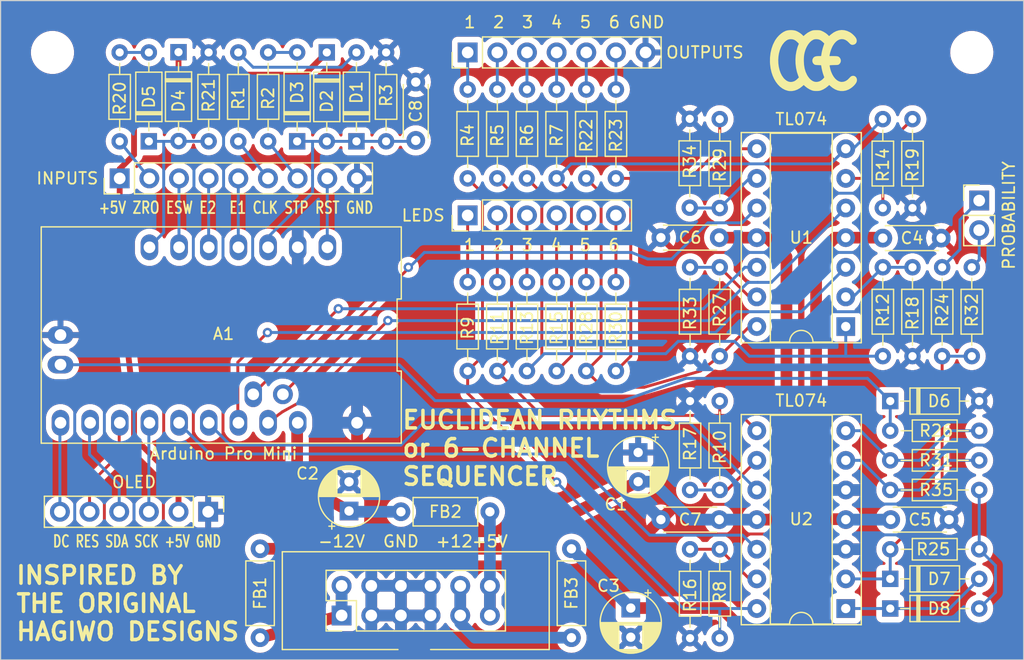
<source format=kicad_pcb>
(kicad_pcb (version 20221018) (generator pcbnew)
  (layers (0 "F.Cu" signal) (31 "B.Cu" signal) (34 "B.Paste" user) (35 "F.Paste" user) (36 "B.SilkS" user "B.Silkscreen") (37 "F.SilkS" user "F.Silkscreen") (38 "B.Mask" user) (39 "F.Mask" user) (44 "Edge.Cuts" user))
  (net 0 "")
  (net 1 "+12V")
  (net 2 "GND")
  (net 3 "-12V")
  (net 4 "+5V")
  (net 5 "Net-(D3-A)")
  (net 6 "TRG")
  (net 7 "Net-(D1-A)")
  (net 8 "Net-(A1-D6)")
  (net 9 "Net-(D5-A)")
  (net 10 "ESW")
  (net 11 "Net-(D7-A)")
  (net 12 "PROB")
  (net 13 "Net-(J1-Pin_1)")
  (net 14 "Net-(J1-Pin_11)")
  (net 15 "Net-(J1-Pin_10)")
  (net 16 "STP")
  (net 17 "CLK")
  (net 18 "ZRO")
  (net 19 "P1")
  (net 20 "P2")
  (net 21 "RST")
  (net 22 "LED1")
  (net 23 "LED2")
  (net 24 "LED3")
  (net 25 "LED4")
  (net 26 "LED5")
  (net 27 "LED6")
  (net 28 "OUT1")
  (net 29 "OUT2")
  (net 30 "OUT3")
  (net 31 "OUT4")
  (net 32 "OUT5")
  (net 33 "OUT6")
  (net 34 "SCK")
  (net 35 "COPI")
  (net 36 "RES")
  (net 37 "DC")
  (net 38 "Net-(A1-A6)")
  (net 39 "Net-(D7-K)")
  (net 40 "Net-(D8-A)")
  (net 41 "Net-(R4-Pad1)")
  (net 42 "Net-(U1A--)")
  (net 43 "Net-(U1B--)")
  (net 44 "Net-(U2D--)")
  (net 45 "Net-(U2C--)")
  (net 46 "Net-(R23-Pad1)")
  (net 47 "Net-(R10-Pad2)")
  (net 48 "Net-(R12-Pad2)")
  (net 49 "Net-(R14-Pad2)")
  (net 50 "Net-(A1-A0)")
  (net 51 "Net-(A1-A1)")
  (net 52 "Net-(A1-A2)")
  (net 53 "Net-(A1-A3)")
  (net 54 "Net-(A1-A4)")
  (net 55 "Net-(A1-A5)")
  (net 56 "E1")
  (net 57 "Net-(R22-Pad1)")
  (net 58 "E2")
  (net 59 "Net-(U1D--)")
  (net 60 "Net-(U1C--)")
  (net 61 "Net-(U2B--)")
  (footprint "CGE_footprints:R_Axial_DIN0204_L3.6mm_D1.6mm_P7.62mm_Horizontal" (layer "F.Cu") (at 179.07 121.92)
    (fp_text reference "R25")
    (fp_text value "100k")
  )
  (footprint "CGE_footprints:D_DO-35_SOD27_P7.62mm_Horizontal" (layer "F.Cu") (at 179.07 109.22)
    (fp_text reference "D6")
    (fp_text value "5V1")
  )
  (footprint "Connector_PinHeader_2.54mm:PinHeader_1x06_P2.54mm_Vertical" (layer "F.Cu") (at 142.875 93.305 90)
    (fp_text reference "J3" hide)
    (fp_text value "LEDS")
  )
  (footprint "CGE_footprints:D_DO-35_SOD27_P7.62mm_Horizontal" (layer "F.Cu") (at 115.57 86.955 90)
    (fp_text reference "D5")
    (fp_text value "1N914")
  )
  (footprint "CGE_footprints:R_Axial_DIN0204_L3.6mm_D1.6mm_P7.62mm_Horizontal" (layer "F.Cu") (at 123.23 86.955 90)
    (fp_text reference "R1")
    (fp_text value "10k")
  )
  (footprint "CGE_footprints:CGE_logo_med" (layer "F.Cu") (at 172.5676 79.9192)
    (fp_text reference "REF**" hide)
    (fp_text value "CGE_logo_med")
  )
  (footprint "CGE_footprints:R_Axial_DIN0204_L3.6mm_D1.6mm_P7.62mm_Horizontal" (layer "F.Cu") (at 186.69 111.76 180)
    (fp_text reference "R26")
    (fp_text value "10k")
  )
  (footprint "CGE_footprints:R_Axial_DIN0204_L3.6mm_D1.6mm_P7.62mm_Horizontal" (layer "F.Cu") (at 161.925 129.54 90)
    (fp_text reference "R16")
    (fp_text value "100k")
  )
  (footprint "Package_DIP:DIP-14_W7.62mm_Socket" (layer "F.Cu") (at 175.26 102.83 180)
    (fp_text reference "U1")
    (fp_text value "TL074")
  )
  (footprint "CGE_footprints:D_DO-35_SOD27_P7.62mm_Horizontal" (layer "F.Cu") (at 118.11 79.3096 -90)
    (fp_text reference "D4")
    (fp_text value "BAT43")
  )
  (footprint "CGE_footprints:R_Axial_DIN0204_L3.6mm_D1.6mm_P7.62mm_Horizontal" (layer "F.Cu") (at 125.785 86.955 90)
    (fp_text reference "R2")
    (fp_text value "10k")
  )
  (footprint "CGE_footprints:R_Axial_DIN0204_L3.6mm_D1.6mm_P7.62mm_Horizontal" (layer "F.Cu") (at 142.875 106.64 90)
    (fp_text reference "R9")
    (fp_text value "10k")
  )
  (footprint "CGE_footprints:R_Axial_DIN0204_L3.6mm_D1.6mm_P7.62mm_Horizontal" (layer "F.Cu") (at 153.035 90.13 90)
    (fp_text reference "R22")
    (fp_text value "470R")
  )
  (footprint "CGE_footprints:R_Axial_DIN0204_L3.6mm_D1.6mm_P7.62mm_Horizontal" (layer "F.Cu") (at 155.575 106.64 90)
    (fp_text reference "R30")
    (fp_text value "10k")
  )
  (footprint "CGE_footprints:C_Disc_D4.3mm_W1.9mm_P5.00mm" (layer "F.Cu") (at 179.11 119.38)
    (fp_text reference "C5")
    (fp_text value "100n")
  )
  (footprint "Connector_PinHeader_2.54mm:PinHeader_1x07_P2.54mm_Vertical" (layer "F.Cu") (at 142.875 79.335 90)
    (fp_text reference "J5" hide)
    (fp_text value "OUTPUTS")
  )
  (footprint "CGE_footprints:R_Axial_DIN0204_L3.6mm_D1.6mm_P7.62mm_Horizontal" (layer "F.Cu") (at 161.925 109.22 -90)
    (fp_text reference "R17")
    (fp_text value "100k")
  )
  (footprint "CGE_footprints:R_Axial_DIN0204_L3.6mm_D1.6mm_P7.62mm_Horizontal" (layer "F.Cu") (at 164.465 97.75 -90)
    (fp_text reference "R27")
    (fp_text value "82k")
  )
  (footprint "CGE_footprints:R_Axial_DIN0204_L3.6mm_D1.6mm_P7.62mm_Horizontal" (layer "F.Cu") (at 161.925 105.37 90)
    (fp_text reference "R33")
    (fp_text value "100k")
  )
  (footprint "CGE_footprints:C_Disc_D4.3mm_W1.9mm_P5.00mm" (layer "F.Cu") (at 164.425 119.38 180)
    (fp_text reference "C7")
    (fp_text value "100n")
  )
  (footprint "Package_DIP:DIP-14_W7.62mm_Socket" (layer "F.Cu") (at 175.26 127 180)
    (fp_text reference "U2")
    (fp_text value "TL074")
  )
  (footprint "CGE_footprints:D_DO-35_SOD27_P7.62mm_Horizontal" (layer "F.Cu") (at 128.27 86.955 90)
    (fp_text reference "D3")
    (fp_text value "BAT43")
  )
  (footprint "Connector_PinHeader_2.54mm:PinHeader_1x06_P2.54mm_Vertical" (layer "F.Cu") (at 120.65 118.705 -90)
    (fp_text reference "J6" hide)
    (fp_text value "OLED")
  )
  (footprint "CGE_footprints:D_DO-35_SOD27_P7.62mm_Horizontal" (layer "F.Cu") (at 179.07 124.46)
    (fp_text reference "D7")
    (fp_text value "1N914")
  )
  (footprint "CGE_footprints:R_Axial_DIN0204_L3.6mm_D1.6mm_P7.62mm_Horizontal" (layer "F.Cu") (at 164.465 92.67 90)
    (fp_text reference "R29")
    (fp_text value "82k")
  )
  (footprint "CGE_footprints:R_Axial_DIN0204_L3.6mm_D1.6mm_P7.62mm_Horizontal" (layer "F.Cu") (at 186.055 97.75 -90)
    (fp_text reference "R32")
    (fp_text value "100k")
  )
  (footprint "Capacitor_THT:CP_Radial_D5.0mm_P2.50mm" (layer "F.Cu") (at 132.715 118.640113 90)
    (fp_text reference "C2")
    (fp_text value "10u")
  )
  (footprint "CGE_footprints:R_Axial_DIN0204_L3.6mm_D1.6mm_P7.62mm_Horizontal" (layer "F.Cu") (at 147.955 90.13 90)
    (fp_text reference "R6")
    (fp_text value "470R")
  )
  (footprint "CGE_footprints:D_DO-35_SOD27_P7.62mm_Horizontal" (layer "F.Cu") (at 133.35 86.955 90)
    (fp_text reference "D1")
    (fp_text value "BAT43")
  )
  (footprint "CGE_footprints:R_Axial_DIN0204_L3.6mm_D1.6mm_P7.62mm_Horizontal" (layer "F.Cu") (at 120.69 79.335 -90)
    (fp_text reference "R21")
    (fp_text value "100k")
  )
  (footprint "CGE_footprints:R_Axial_DIN0204_L3.6mm_D1.6mm_P7.62mm_Horizontal" (layer "F.Cu") (at 113.07 86.955 90)
    (fp_text reference "R20")
    (fp_text value "100k")
  )
  (footprint "Connector_PinHeader_2.54mm:PinHeader_1x02_P2.54mm_Vertical" (layer "F.Cu") (at 186.69 92.03)
    (fp_text reference "J4" hide)
    (fp_text value "PROB")
  )
  (footprint "CGE_footprints:R_Axial_DIN0204_L3.6mm_D1.6mm_P7.62mm_Horizontal" (layer "F.Cu") (at 145.415 106.64 90)
    (fp_text reference "R11")
    (fp_text value "10k")
  )
  (footprint "Connector_PinHeader_2.54mm:PinHeader_1x09_P2.54mm_Vertical" (layer "F.Cu") (at 113.07 90.13 90)
    (fp_text reference "J2" hide)
    (fp_text value "INPUTS")
  )
  (footprint "CGE_footprints:R_Axial_DIN0204_L3.6mm_D1.6mm_P7.62mm_Horizontal" (layer "F.Cu") (at 186.69 116.84 180)
    (fp_text reference "R35")
    (fp_text value "100k")
  )
  (footprint "CGE_footprints:C_Disc_D4.3mm_W1.9mm_P5.00mm" (layer "F.Cu") (at 138.43 81.875 -90)
    (fp_text reference "C8")
    (fp_text value "10n")
  )
  (footprint "CGE_footprints:R_Axial_DIN0204_L3.6mm_D1.6mm_P7.62mm_Horizontal" (layer "F.Cu") (at 155.575 90.13 90)
    (fp_text reference "R23")
    (fp_text value "470R")
  )
  (footprint "CGE_footprints:Power_2x06" (layer "F.Cu") (at 144.78 125.055 -90)
    (fp_text reference "J1" hide)
    (fp_text value "POWER")
  )
  (footprint "CGE_footprints:R_Axial_DIN0204_L3.6mm_D1.6mm_P7.62mm_Horizontal" (layer "F.Cu") (at 135.89 79.335 -90)
    (fp_text reference "R3")
    (fp_text value "100k")
  )
  (footprint "CGE_footprints:R_Axial_DIN0204_L3.6mm_D1.6mm_P7.62mm_Horizontal" (layer "F.Cu") (at 183.515 97.75 -90)
    (fp_text reference "R24")
    (fp_text value "100k")
  )
  (footprint "Inductor_THT:L_Axial_L5.3mm_D2.2mm_P7.62mm_Horizontal_Vishay_IM-1" (layer "F.Cu") (at 151.765 121.88 -90)
    (fp_text reference "FB3")
    (fp_text value "FB")
  )
  (footprint "CGE_footprints:C_Disc_D4.3mm_W1.9mm_P5.00mm" (layer "F.Cu") (at 164.425 95.21 180)
    (fp_text reference "C6")
    (fp_text value "100n")
  )
  (footprint "CGE_footprints:R_Axial_DIN0204_L3.6mm_D1.6mm_P7.62mm_Horizontal" (layer "F.Cu") (at 180.975 92.67 90)
    (fp_text reference "R19")
    (fp_text value "100k")
  )
  (footprint "Capacitor_THT:CP_Radial_D5.0mm_P2.50mm" (layer "F.Cu") (at 157.48 113.625 -90)
    (fp_text reference "C1")
    (fp_text value "10u")
  )
  (footprint "CGE_footprints:R_Axial_DIN0204_L3.6mm_D1.6mm_P7.62mm_Horizontal" (layer "F.Cu") (at 180.975 105.37 90)
    (fp_text reference "R18")
    (fp_text value "100k")
  )
  (footprint "CGE_footprints:R_Axial_DIN0204_L3.6mm_D1.6mm_P7.62mm_Horizontal" (layer "F.Cu") (at 150.495 106.64 90)
    (fp_text reference "R15")
    (fp_text value "10k")
  )
  (footprint "Capacitor_THT:CP_Radial_D5.0mm_P2.50mm" (layer "F.Cu") (at 156.845 126.96 -90)
    (fp_text reference "C3")
    (fp_text value "10u")
  )
  (footprint "CGE_footprints:D_DO-35_SOD27_P7.62mm_Horizontal" (layer "F.Cu") (at 179.07 127)
    (fp_text reference "D8")
    (fp_text value "1N914")
  )
  (footprint "CGE_footprints:R_Axial_DIN0204_L3.6mm_D1.6mm_P7.62mm_Horizontal" (layer "F.Cu") (at 161.8996 85.0246 -90)
    (fp_text reference "R34")
    (fp_text value "100k")
  )
  (footprint "CGE_footprints:R_Axial_DIN0204_L3.6mm_D1.6mm_P7.62mm_Horizontal" (layer "F.Cu") (at 164.465 116.84 90)
    (fp_text reference "R10")
    (fp_text value "82k")
  )
  (footprint "CGE_footprints:C_Disc_D4.3mm_W1.9mm_P5.00mm" (layer "F.Cu") (at 178.435 95.25)
    (fp_text reference "C4")
    (fp_text value "100n")
  )
  (footprint "CGE_footprints:Arduino_Pro_Mini" (layer "F.Cu") (at 121.9708 103.5574 180)
    (fp_text reference "A1")
    (fp_text value "Arduino_Pro_Mini")
  )
  (footprint "CGE_footprints:R_Axial_DIN0204_L3.6mm_D1.6mm_P7.62mm_Horizontal" (layer "F.Cu") (at 178.435 92.67 90)
    (fp_text reference "R14")
    (fp_text value "82k")
  )
  (footprint "CGE_footprints:R_Axial_DIN0204_L3.6mm_D1.6mm_P7.62mm_Horizontal" (layer "F.Cu") (at 178.435 97.75 -90)
    (fp_text reference "R12")
    (fp_text value "82k")
  )
  (footprint "CGE_footprints:R_Axial_DIN0204_L3.6mm_D1.6mm_P7.62mm_Horizontal" (layer "F.Cu") (at 186.69 114.3 180)
    (fp_text reference "R31")
    (fp_text value "100k")
  )
  (footprint "Inductor_THT:L_Axial_L5.3mm_D2.2mm_P7.62mm_Horizontal_Vishay_IM-1" (layer "F.Cu") (at 137.16 118.705)
    (fp_text reference "FB2")
    (fp_text value "FB")
  )
  (footprint "MountingHole:MountingHole_3.2mm_M3" (layer "F.Cu") (at 186.055 79.335)
    (fp_text reference "REF**" hide)
    (fp_text value "3.2mm")
  )
  (footprint "CGE_footprints:D_DO-35_SOD27_P7.62mm_Horizontal" (layer "F.Cu") (at 130.81 79.335 -90)
    (fp_text reference "D2")
    (fp_text value "BAT43")
  )
  (footprint "CGE_footprints:R_Axial_DIN0204_L3.6mm_D1.6mm_P7.62mm_Horizontal" (layer "F.Cu") (at 145.415 90.13 90)
    (fp_text reference "R5")
    (fp_text value "470R")
  )
  (footprint "CGE_footprints:R_Axial_DIN0204_L3.6mm_D1.6mm_P7.62mm_Horizontal" (layer "F.Cu") (at 142.875 90.13 90)
    (fp_text reference "R4")
    (fp_text value "470R")
  )
  (footprint "CGE_footprints:R_Axial_DIN0204_L3.6mm_D1.6mm_P7.62mm_Horizontal" (layer "F.Cu") (at 150.495 90.13 90)
    (fp_text reference "R7")
    (fp_text value "470R")
  )
  (footprint "CGE_footprints:R_Axial_DIN0204_L3.6mm_D1.6mm_P7.62mm_Horizontal" (layer "F.Cu") (at 164.465 121.92 -90)
    (fp_text reference "R8")
    (fp_text value "82k")
  )
  (footprint "Inductor_THT:L_Axial_L5.3mm_D2.2mm_P7.62mm_Horizontal_Vishay_IM-1" (layer "F.Cu") (at 125.095 121.88 -90)
    (fp_text reference "FB1")
    (fp_text value "FB")
  )
  (footprint "CGE_footprints:R_Axial_DIN0204_L3.6mm_D1.6mm_P7.62mm_Horizontal" (layer "F.Cu") (at 147.955 106.64 90)
    (fp_text reference "R13")
    (fp_text value "10k")
  )
  (footprint "CGE_footprints:R_Axial_DIN0204_L3.6mm_D1.6mm_P7.62mm_Horizontal" (layer "F.Cu") (at 153.035 106.64 90)
    (fp_text reference "R28")
    (fp_text value "10k")
  )
  (footprint "MountingHole:MountingHole_3.2mm_M3" (layer "F.Cu") (at 107.315 79.335)
    (fp_text reference "REF**" hide)
    (fp_text value "3.2mm")
  )
  (gr_rect (start 102.87 74.89) (end 190.5 131.405) (stroke (width 0.1)) (fill none) (layer "Edge.Cuts"))
  (gr_text "INSPIRED BY\nTHE ORIGINAL\nHAGIWO DESIGNS" (at 104.0638 129.8556) (layer "F.SilkS") (effects (font (size 1.5 1.5) (thickness 0.3) bold) (justify left bottom)))
  (gr_text "EUCLIDEAN RHYTHMS\nor 6-CHANNEL\nSEQUENCER" (at 137.1346 116.546) (layer "F.SilkS") (effects (font (size 1.5 1.5) (thickness 0.3) bold) (justify left bottom)))
  (segment (start 172.72 96.8356) (end 174.3456 95.21) (width 1) (layer "F.Cu") (net 1))
  (segment (start 172.72 126.325) (end 172.72 119.34) (width 1) (layer "F.Cu") (net 1))
  (segment (start 164.59805 126.96) (end 166.50305 128.865) (width 1) (layer "F.Cu") (net 1))
  (segment (start 175.22 119.34) (end 175.26 119.38) (width 1) (layer "F.Cu") (net 1))
  (segment (start 166.50305 128.865) (end 170.18 128.865) (width 1) (layer "F.Cu") (net 1))
  (segment (start 170.18 128.865) (end 172.72 126.325) (width 1) (layer "F.Cu") (net 1))
  (segment (start 172.72 119.34) (end 172.72 96.8356) (width 1) (layer "F.Cu") (net 1))
  (segment (start 178.395 95.21) (end 178.435 95.25) (width 1) (layer "F.Cu") (net 1))
  (segment (start 174.3456 95.21) (end 175.26 95.21) (width 1) (layer "F.Cu") (net 1))
  (segment (start 175.26 95.21) (end 178.395 95.21) (width 1) (layer "F.Cu") (net 1))
  (segment (start 156.845 126.96) (end 164.59805 126.96) (width 1) (layer "F.Cu") (net 1))
  (segment (start 172.72 119.34) (end 175.22 119.34) (width 1) (layer "F.Cu") (net 1))
  (segment (start 151.765 121.88) (end 156.845 126.96) (width 1) (layer "B.Cu") (net 1))
  (segment (start 175.26 119.38) (end 179.11 119.38) (width 1) (layer "B.Cu") (net 1))
  (segment (start 114.3 119.975) (end 114.3 117.435) (width 0.25) (layer "F.Cu") (net 2))
  (segment (start 163.195 96.48) (end 165.735 96.48) (width 0.25) (layer "F.Cu") (net 2))
  (segment (start 116.8146 119.975) (end 116.8146 117.435) (width 0.25) (layer "F.Cu") (net 2))
  (segment (start 111.76 119.975) (end 111.76 117.435) (width 0.25) (layer "F.Cu") (net 2))
  (segment (start 163.195 120.61) (end 165.735 120.61) (width 0.25) (layer "F.Cu") (net 2))
  (segment (start 121.92 112.482) (end 121.92 109.942) (width 0.25) (layer "F.Cu") (net 2))
  (segment (start 119.38 112.482) (end 119.38 109.942) (width 0.25) (layer "F.Cu") (net 2))
  (segment (start 163.195 118.07) (end 165.735 118.07) (width 0.25) (layer "F.Cu") (net 2))
  (segment (start 116.84 112.482) (end 116.84 109.942) (width 0.25) (layer "F.Cu") (net 2))
  (segment (start 166.2938 120.61) (end 168.8338 120.61) (width 0.25) (layer "F.Cu") (net 2))
  (segment (start 166.37 96.48) (end 168.91 96.48) (width 0.25) (layer "B.Cu") (net 2))
  (segment (start 109.22 119.975) (end 109.22 117.435) (width 0.25) (layer "B.Cu") (net 2))
  (segment (start 121.9708 91.4) (end 121.9708 88.86) (width 0.25) (layer "B.Cu") (net 2))
  (segment (start 173.99 91.4) (end 176.53 91.4) (width 0.25) (layer "B.Cu") (net 2))
  (segment (start 177.8 120.6862) (end 180.34 120.6862) (width 0.25) (layer "B.Cu") (net 2))
  (segment (start 121.9708 88.098) (end 121.9708 85.558) (width 0.25) (layer "B.Cu") (net 2))
  (segment (start 185.42 112.99) (end 187.96 112.99) (width 0.25) (layer "B.Cu") (net 2))
  (segment (start 173.99 101.56) (end 176.53 101.56) (width 0.25) (layer "B.Cu") (net 2))
  (segment (start 177.8 118.0446) (end 180.34 118.0446) (width 0.25) (layer "B.Cu") (net 2))
  (segment (start 173.99 96.48) (end 176.53 96.48) (width 0.25) (layer "B.Cu") (net 2))
  (segment (start 114.3 112.482) (end 114.3 109.942) (width 0.25) (layer "B.Cu") (net 2))
  (segment (start 119.4308 91.4) (end 119.4308 88.86) (width 0.25) (layer "B.Cu") (net 2))
  (segment (start 114.3 119.975) (end 114.3 117.435) (width 0.25) (layer "B.Cu") (net 2))
  (segment (start 133.35 89.495) (end 133.771 89.916) (width 0.25) (layer "B.Cu") (net 2))
  (segment (start 119.38 97.369) (end 119.38 94.829) (width 0.25) (layer "B.Cu") (net 2))
  (segment (start 133.771 89.916) (end 133.771 90.13) (width 0.25) (layer "B.Cu") (net 2))
  (segment (start 124.46 97.369) (end 124.46 94.829) (width 0.25) (layer "B.Cu") (net 2))
  (segment (start 121.92 97.369) (end 121.92 94.829) (width 0.25) (layer "B.Cu") (net 2))
  (segment (start 111.76 112.482) (end 111.76 109.942) (width 0.25) (layer "B.Cu") (net 2))
  (segment (start 109.22 112.482) (end 109.22 109.942) (width 0.25) (layer "B.Cu") (net 2))
  (segment (start 170.18 96.861) (end 170.18 118.07) (width 1) (layer "F.Cu") (net 3))
  (segment (start 125.095 121.88) (end 145.669 121.88) (width 1) (layer "F.Cu") (net 3))
  (segment (start 170.18 118.07) (end 168.87 119.38) (width 1) (layer "F.Cu") (net 3))
  (segment (start 167.64 95.21) (end 168.529 95.21) (width 1) (layer "F.Cu") (net 3))
  (segment (start 164.425 95.21) (end 167.64 95.21) (width 1) (layer "F.Cu") (net 3))
  (segment (start 145.669 121.88) (end 157.48 116.125) (width 1) (layer "F.Cu") (net 3))
  (segment (start 168.87 119.38) (end 167.64 119.38) (width 1) (layer "F.Cu") (net 3))
  (segment (start 168.529 95.21) (end 170.18 96.861) (width 1) (layer "F.Cu") (net 3))
  (segment (start 157.48 116.125) (end 158.71 116.125) (width 1) (layer "B.Cu") (net 3))
  (segment (start 164.425 119.38) (end 167.64 119.38) (width 1) (layer "B.Cu") (net 3))
  (segment (start 158.71 116.125) (end 161.965 119.38) (width 1) (layer "B.Cu") (net 3))
  (segment (start 161.965 119.38) (end 164.425 119.38) (width 1) (layer "B.Cu") (net 3))
  (segment (start 118.11 116.165) (end 114.3 112.355) (width 0.5) (layer "F.Cu") (net 4))
  (segment (start 129.575216 116.891784) (end 128.27 116.165) (width 1) (layer "F.Cu") (net 4))
  (segment (start 118.11 79.3096) (end 118.11 81.24) (width 0.5) (layer "F.Cu") (net 4))
  (segment (start 114.3 85.05) (end 118.11 81.24) (width 0.5) (layer "F.Cu") (net 4))
  (segment (start 114.3 88.098) (end 114.3 85.05) (width 0.5) (layer "F.Cu") (net 4))
  (segment (start 118.11 81.24) (end 128.905 81.24) (width 0.5) (layer "F.Cu") (net 4))
  (segment (start 118.11 118.705) (end 118.11 116.165) (width 0.5) (layer "F.Cu") (net 4))
  (segment (start 119.38 116.165) (end 128.27 116.165) (width 0.5) (layer "F.Cu") (net 4))
  (segment (start 113.0808 98.7552) (end 113.07 90.13) (width 0.5) (layer "F.Cu") (net 4))
  (segment (start 113.07 90.13) (end 113.07 89.328) (width 0.5) (layer "F.Cu") (net 4))
  (segment (start 132.715 118.640113) (end 129.575216 116.891784) (width 1) (layer "F.Cu") (net 4))
  (segment (start 113.07 89.328) (end 114.3 88.098) (width 0.5) (layer "F.Cu") (net 4))
  (segment (start 114.3 109.6499) (end 113.0808 98.7552) (width 0.5) (layer "F.Cu") (net 4))
  (segment (start 114.3 112.355) (end 114.3 109.6499) (width 0.5) (layer "F.Cu") (net 4))
  (segment (start 118.11 116.165) (end 119.38 116.165) (width 0.5) (layer "F.Cu") (net 4))
  (segment (start 128.905 81.24) (end 130.81 79.335) (width 0.5) (layer "F.Cu") (net 4))
  (segment (start 128.27 116.165) (end 128.27 111.085) (width 1) (layer "F.Cu") (net 4))
  (segment (start 137.16 118.705) (end 132.779887 118.705) (width 1) (layer "B.Cu") (net 4))
  (segment (start 132.779887 118.705) (end 132.715 118.640113) (width 1) (layer "B.Cu") (net 4))
  (segment (start 125.785 79.335) (end 128.27 79.335) (width 0.25) (layer "B.Cu") (net 5))
  (segment (start 138.35 86.955) (end 138.43 86.875) (width 0.25) (layer "B.Cu") (net 6))
  (segment (start 129.5908 86.955) (end 129.5908 87.844) (width 0.25) (layer "B.Cu") (net 6))
  (segment (start 129.5908 87.844) (end 129.5908 89.876) (width 0.25) (layer "B.Cu") (net 6))
  (segment (start 128.31 86.955) (end 129.5908 86.955) (width 0.25) (layer "B.Cu") (net 6))
  (segment (start 135.89 86.955) (end 138.35 86.955) (width 0.25) (layer "B.Cu") (net 6))
  (segment (start 129.5908 86.955) (end 130.81 86.955) (width 0.25) (layer "B.Cu") (net 6))
  (segment (start 130.81 86.955) (end 135.89 86.955) (width 0.25) (layer "B.Cu") (net 6))
  (segment (start 129.5908 91.3492) (end 125.73 95.21) (width 0.25) (layer "B.Cu") (net 6))
  (segment (start 125.73 95.21) (end 125.73 96.045) (width 0.25) (layer "B.Cu") (net 6))
  (segment (start 129.5908 89.876) (end 129.5908 91.3492) (width 0.25) (layer "B.Cu") (net 6))
  (segment (start 133.35 79.335) (end 132.08 80.605) (width 0.25) (layer "B.Cu") (net 7))
  (segment (start 124.5 80.605) (end 123.23 79.335) (width 0.25) (layer "B.Cu") (net 7))
  (segment (start 132.08 80.605) (end 124.5 80.605) (width 0.25) (layer "B.Cu") (net 7))
  (segment (start 116.84 86.955) (end 118.15 86.955) (width 0.25) (layer "B.Cu") (net 8))
  (segment (start 118.15 86.955) (end 120.69 86.955) (width 0.25) (layer "B.Cu") (net 8))
  (segment (start 116.84 86.955) (end 116.84 87.844) (width 0.25) (layer "B.Cu") (net 8))
  (segment (start 115.61 86.955) (end 116.84 86.955) (width 0.25) (layer "B.Cu") (net 8))
  (segment (start 116.84 87.844) (end 116.84 94.775) (width 0.25) (layer "B.Cu") (net 8))
  (segment (start 116.84 94.775) (end 115.57 96.045) (width 0.25) (layer "B.Cu") (net 8))
  (segment (start 113.07 79.335) (end 115.57 79.335) (width 0.25) (layer "B.Cu") (net 9))
  (segment (start 118.15 96.005) (end 118.11 96.045) (width 0.25) (layer "B.Cu") (net 10))
  (segment (start 118.15 90.13) (end 118.15 96.005) (width 0.25) (layer "B.Cu") (net 10))
  (segment (start 184.15 127) (end 186.69 124.46) (width 0.25) (layer "B.Cu") (net 11))
  (segment (start 179.07 127) (end 184.15 127) (width 0.25) (layer "B.Cu") (net 11))
  (segment (start 175.26 127) (end 179.07 127) (width 0.25) (layer "B.Cu") (net 11))
  (segment (start 176.53 111.76) (end 179.07 114.3) (width 0.25) (layer "B.Cu") (net 12))
  (segment (start 184.11 111.76) (end 186.69 111.76) (width 0.25) (layer "B.Cu") (net 12))
  (segment (start 175.26 111.76) (end 176.53 111.76) (width 0.25) (layer "B.Cu") (net 12))
  (segment (start 181.57 114.3) (end 184.11 111.76) (width 0.25) (layer "B.Cu") (net 12))
  (segment (start 179.07 114.3) (end 181.57 114.3) (width 0.25) (layer "B.Cu") (net 12))
  (segment (start 132.08 125.055) (end 132.08 127.595) (width 1) (layer "F.Cu") (net 13))
  (segment (start 132.08 127.595) (end 125.095 129.5) (width 1) (layer "F.Cu") (net 13))
  (segment (start 132.08 125.055) (end 132.08 127.595) (width 1) (layer "B.Cu") (net 13))
  (segment (start 144.78 125.055) (end 144.78 127.595) (width 1) (layer "F.Cu") (net 14))
  (segment (start 144.78 125.055) (end 144.78 118.705) (width 1) (layer "B.Cu") (net 14))
  (segment (start 144.78 125.055) (end 144.78 127.595) (width 1) (layer "B.Cu") (net 14))
  (segment (start 142.24 127.595) (end 142.24 125.055) (width 1) (layer "F.Cu") (net 15))
  (segment (start 143.51 129.5) (end 151.765 129.5) (width 1) (layer "B.Cu") (net 15))
  (segment (start 142.24 127.595) (end 142.24 125.055) (width 1) (layer "B.Cu") (net 15))
  (segment (start 142.24 128.23) (end 143.51 129.5) (width 1) (layer "B.Cu") (net 15))
  (segment (start 142.24 127.595) (end 142.24 128.23) (width 1) (layer "B.Cu") (net 15))
  (segment (start 125.785 86.955) (end 128.31 90.13) (width 0.25) (layer "B.Cu") (net 16))
  (segment (start 123.23 86.955) (end 125.77 90.13) (width 0.25) (layer "B.Cu") (net 17))
  (segment (start 115.61 90.13) (end 113.07 86.955) (width 0.25) (layer "B.Cu") (net 18))
  (segment (start 185.039 96.226) (end 183.515 97.75) (width 0.25) (layer "B.Cu") (net 19))
  (segment (start 185.039 93.681) (end 185.039 96.226) (width 0.25) (layer "B.Cu") (net 19))
  (segment (start 186.69 92.03) (end 185.039 93.681) (width 0.25) (layer "B.Cu") (net 19))
  (segment (start 186.69 97.115) (end 186.055 97.75) (width 0.25) (layer "B.Cu") (net 20))
  (segment (start 186.69 94.57) (end 186.69 97.115) (width 0.25) (layer "B.Cu") (net 20))
  (segment (start 130.85 90.13) (end 130.85 96.005) (width 0.25) (layer "B.Cu") (net 21))
  (segment (start 130.85 96.005) (end 130.81 96.045) (width 0.25) (layer "B.Cu") (net 21))
  (segment (start 142.875 93.305) (end 142.875 99.02) (width 0.25) (layer "F.Cu") (net 22))
  (segment (start 145.415 93.305) (end 145.415 99.02) (width 0.25) (layer "F.Cu") (net 23))
  (segment (start 147.955 93.305) (end 147.955 99.02) (width 0.25) (layer "F.Cu") (net 24))
  (segment (start 150.495 93.305) (end 150.495 99.02) (width 0.25) (layer "F.Cu") (net 25))
  (segment (start 153.035 93.305) (end 153.035 99.02) (width 0.25) (layer "F.Cu") (net 26))
  (segment (start 155.575 99.02) (end 155.575 93.305) (width 0.25) (layer "F.Cu") (net 27))
  (segment (start 142.875 82.51) (end 142.875 79.335) (width 0.25) (layer "B.Cu") (net 28))
  (segment (start 145.415 82.51) (end 145.415 79.335) (width 0.25) (layer "B.Cu") (net 29))
  (segment (start 147.955 82.51) (end 147.955 79.335) (width 0.25) (layer "B.Cu") (net 30))
  (segment (start 150.495 82.51) (end 150.495 79.335) (width 0.25) (layer "B.Cu") (net 31))
  (segment (start 153.035 82.51) (end 153.035 79.335) (width 0.25) (layer "B.Cu") (net 32))
  (segment (start 155.575 82.51) (end 155.575 79.335) (width 0.25) (layer "B.Cu") (net 33))
  (segment (start 115.57 111.085) (end 115.57 118.705) (width 0.25) (layer "B.Cu") (net 34))
  (segment (start 110.49 113.8028) (end 113.03 116.3428) (width 0.25) (layer "B.Cu") (net 35))
  (segment (start 113.03 116.3428) (end 113.03 118.705) (width 0.25) (layer "B.Cu") (net 35))
  (segment (start 110.49 111.085) (end 110.49 113.8028) (width 0.25) (layer "B.Cu") (net 35))
  (segment (start 113.03 111.085) (end 113.03 113.8028) (width 0.25) (layer "F.Cu") (net 36))
  (segment (start 113.03 113.8028) (end 110.49 116.3428) (width 0.25) (layer "F.Cu") (net 36))
  (segment (start 110.49 116.3428) (end 110.49 118.705) (width 0.25) (layer "F.Cu") (net 36))
  (segment (start 107.95 111.085) (end 107.95 118.705) (width 0.25) (layer "B.Cu") (net 37))
  (segment (start 161.575 107.275) (end 156.21 109.18) (width 0.25) (layer "B.Cu") (net 38))
  (segment (start 179.07 109.22) (end 177.125 107.275) (width 0.25) (layer "B.Cu") (net 38))
  (segment (start 140.081 109.18) (end 137.006 106.105) (width 0.25) (layer "B.Cu") (net 38))
  (segment (start 137.006 106.105) (end 107.95 106.105) (width 0.25) (layer "B.Cu") (net 38))
  (segment (start 179.07 111.76) (end 179.07 109.22) (width 0.25) (layer "B.Cu") (net 38))
  (segment (start 177.125 107.275) (end 161.575 107.275) (width 0.25) (layer "B.Cu") (net 38))
  (segment (start 156.21 109.18) (end 140.081 109.18) (width 0.25) (layer "B.Cu") (net 38))
  (segment (start 183.515 105.37) (end 183.515 117.475) (width 0.25) (layer "F.Cu") (net 39))
  (segment (start 183.515 117.475) (end 179.07 121.92) (width 0.25) (layer "F.Cu") (net 39))
  (segment (start 179.07 124.46) (end 175.26 124.46) (width 0.25) (layer "B.Cu") (net 39))
  (segment (start 179.07 121.92) (end 179.07 124.46) (width 0.25) (layer "B.Cu") (net 39))
  (segment (start 186.055 105.37) (end 183.515 105.37) (width 0.25) (layer "B.Cu") (net 39))
  (segment (start 188.087 125.603) (end 186.69 127) (width 0.25) (layer "B.Cu") (net 40))
  (segment (start 188.087 123.317) (end 188.087 125.603) (width 0.25) (layer "B.Cu") (net 40))
  (segment (start 186.69 121.92) (end 188.087 123.317) (width 0.25) (layer "B.Cu") (net 40))
  (segment (start 186.69 116.84) (end 186.69 121.92) (width 0.25) (layer "B.Cu") (net 40))
  (segment (start 144.145 91.4) (end 142.875 90.13) (width 0.25) (layer "F.Cu") (net 41))
  (segment (start 142.875 108.545) (end 142.875 106.64) (width 0.25) (layer "F.Cu") (net 41))
  (segment (start 150.495 116.165) (end 142.875 108.545) (width 0.25) (layer "F.Cu") (net 41))
  (segment (start 144.145 105.37) (end 144.145 91.4) (width 0.25) (layer "F.Cu") (net 41))
  (segment (start 142.875 106.64) (end 144.145 105.37) (width 0.25) (layer "F.Cu") (net 41))
  (via (at 150.495 116.165) (size 0.8) (drill 0.4) (layers "F.Cu" "B.Cu") (net 41))
  (segment (start 164.465 128.23) (end 164.465 129.54) (width 0.25) (layer "B.Cu") (net 41))
  (segment (start 150.495 116.165) (end 161.33 127) (width 0.25) (layer "B.Cu") (net 41))
  (segment (start 161.33 127) (end 164.465 127) (width 0.25) (layer "B.Cu") (net 41))
  (segment (start 164.465 127) (end 164.465 128.23) (width 0.25) (layer "B.Cu") (net 41))
  (segment (start 167.64 127) (end 164.465 127) (width 0.25) (layer "B.Cu") (net 41))
  (segment (start 175.895 100.29) (end 175.26 100.29) (width 0.25) (layer "B.Cu") (net 42))
  (segment (start 178.435 97.75) (end 175.895 100.29) (width 0.25) (layer "B.Cu") (net 42))
  (segment (start 180.975 97.75) (end 178.435 97.75) (width 0.25) (layer "B.Cu") (net 42))
  (segment (start 177.546 90.13) (end 178.435 90.13) (width 0.25) (layer "F.Cu") (net 43))
  (segment (start 180.975 85.05) (end 178.435 87.59) (width 0.25) (layer "F.Cu") (net 43))
  (segment (start 175.26 90.13) (end 177.546 90.13) (width 0.25) (layer "F.Cu") (net 43))
  (segment (start 178.435 90.13) (end 178.435 92.67) (width 0.25) (layer "F.Cu") (net 43))
  (segment (start 178.435 87.59) (end 178.435 90.13) (width 0.25) (layer "F.Cu") (net 43))
  (segment (start 161.925 121.92) (end 164.465 121.92) (width 0.25) (layer "F.Cu") (net 44))
  (segment (start 164.465 121.92) (end 167.005 124.46) (width 0.25) (layer "F.Cu") (net 44))
  (segment (start 167.005 124.46) (end 167.64 124.46) (width 0.25) (layer "F.Cu") (net 44))
  (segment (start 165.1 116.84) (end 164.465 116.84) (width 0.25) (layer "F.Cu") (net 45))
  (segment (start 167.64 114.3) (end 165.1 116.84) (width 0.25) (layer "F.Cu") (net 45))
  (segment (start 161.925 116.84) (end 164.465 116.84) (width 0.25) (layer "B.Cu") (net 45))
  (segment (start 156.845 90.13) (end 155.575 90.13) (width 0.25) (layer "F.Cu") (net 46))
  (segment (start 161.925 90.13) (end 163.83 88.225) (width 0.25) (layer "F.Cu") (net 46))
  (segment (start 156.845 91.146) (end 156.845 90.13) (width 0.25) (layer "F.Cu") (net 46))
  (segment (start 156.845 105.37) (end 156.845 91.146) (width 0.25) (layer "F.Cu") (net 46))
  (segment (start 164.465 87.59) (end 167.64 87.59) (width 0.25) (layer "F.Cu") (net 46))
  (segment (start 155.575 106.64) (end 156.845 105.37) (width 0.25) (layer "F.Cu") (net 46))
  (segment (start 163.83 88.225) (end 164.465 87.59) (width 0.25) (layer "F.Cu") (net 46))
  (segment (start 156.845 90.13) (end 161.925 90.13) (width 0.25) (layer "F.Cu") (net 46))
  (segment (start 164.465 87.59) (end 164.465 85.05) (width 0.25) (layer "F.Cu") (net 46))
  (segment (start 145.415 106.64) (end 146.6342 105.4208) (width 0.25) (layer "F.Cu") (net 47))
  (segment (start 164.465 110.45) (end 149.180107 110.45) (width 0.25) (layer "F.Cu") (net 47))
  (segment (start 166.37 110.45) (end 166.37 110.49) (width 0.25) (layer "F.Cu") (net 47))
  (segment (start 164.465 109.22) (end 164.465 110.45) (width 0.25) (layer "F.Cu") (net 47))
  (segment (start 164.465 110.45) (end 166.37 110.45) (width 0.25) (layer "F.Cu") (net 47))
  (segment (start 166.37 110.49) (end 167.64 111.76) (width 0.25) (layer "F.Cu") (net 47))
  (segment (start 146.6342 105.4208) (end 146.6342 91.3492) (width 0.25) (layer "F.Cu") (net 47))
  (segment (start 145.415 106.684893) (end 145.415 106.64) (width 0.25) (layer "F.Cu") (net 47))
  (segment (start 146.6342 91.3492) (end 145.415 90.13) (width 0.25) (layer "F.Cu") (net 47))
  (segment (start 149.180107 110.45) (end 145.415 106.684893) (width 0.25) (layer "F.Cu") (net 47))
  (segment (start 149.225 91.4) (end 147.955 90.13) (width 0.25) (layer "F.Cu") (net 48))
  (segment (start 147.955 106.64) (end 149.225 105.37) (width 0.25) (layer "F.Cu") (net 48))
  (segment (start 149.225 105.37) (end 149.225 91.4) (width 0.25) (layer "F.Cu") (net 48))
  (segment (start 149.439 105.156) (end 147.955 106.64) (width 0.25) (layer "B.Cu") (net 48))
  (segment (start 175.26 105.37) (end 178.435 105.37) (width 0.25) (layer "B.Cu") (net 48))
  (segment (start 167.014 105.37) (end 165.744 104.1) (width 0.25) (layer "B.Cu") (net 48))
  (segment (start 159.844 105.156) (end 149.439 105.156) (width 0.25) (layer "B.Cu") (net 48))
  (segment (start 175.26 102.83) (end 175.26 104.345) (width 0.25) (layer "B.Cu") (net 48))
  (segment (start 175.26 105.37) (end 167.014 105.37) (width 0.25) (layer "B.Cu") (net 48))
  (segment (start 165.744 104.1) (end 160.9 104.1) (width 0.25) (layer "B.Cu") (net 48))
  (segment (start 175.26 104.345) (end 175.26 105.37) (width 0.25) (layer "B.Cu") (net 48))
  (segment (start 160.9 104.1) (end 159.844 105.156) (width 0.25) (layer "B.Cu") (net 48))
  (segment (start 150.495 106.64) (end 151.765 105.37) (width 0.25) (layer "F.Cu") (net 49))
  (segment (start 151.765 105.37) (end 151.765 91.4) (width 0.25) (layer "F.Cu") (net 49))
  (segment (start 151.765 91.4) (end 150.495 90.13) (width 0.25) (layer "F.Cu") (net 49))
  (segment (start 178.435 85.05) (end 175.895 87.59) (width 0.25) (layer "B.Cu") (net 49))
  (segment (start 175.895 87.59) (end 175.26 87.59) (width 0.25) (layer "B.Cu") (net 49))
  (segment (start 173.9646 88.8854) (end 151.7396 88.8854) (width 0.25) (layer "B.Cu") (net 49))
  (segment (start 151.7396 88.8854) (end 150.495 90.13) (width 0.25) (layer "B.Cu") (net 49))
  (segment (start 175.26 87.59) (end 173.9646 88.8854) (width 0.25) (layer "B.Cu") (net 49))
  (segment (start 120.777 113.752) (end 118.11 111.085) (width 0.25) (layer "B.Cu") (net 50))
  (segment (start 166.4316 120.7116) (end 160.02 120.7116) (width 0.25) (layer "B.Cu") (net 50))
  (segment (start 158.4706 120.7116) (end 151.511 113.752) (width 0.25) (layer "B.Cu") (net 50))
  (segment (start 167.64 121.92) (end 166.4316 120.7116) (width 0.25) (layer "B.Cu") (net 50))
  (segment (start 151.511 113.752) (end 120.777 113.752) (width 0.25) (layer "B.Cu") (net 50))
  (segment (start 160.02 120.7116) (end 158.4706 120.7116) (width 0.25) (layer "B.Cu") (net 50))
  (segment (start 167.64 116.84) (end 161.885 111.085) (width 0.25) (layer "B.Cu") (net 51))
  (segment (start 161.885 111.085) (end 139.065 111.085) (width 0.25) (layer "B.Cu") (net 51))
  (segment (start 122.555 112.99) (end 120.65 111.085) (width 0.25) (layer "B.Cu") (net 51))
  (segment (start 137.16 112.99) (end 122.555 112.99) (width 0.25) (layer "B.Cu") (net 51))
  (segment (start 139.065 111.085) (end 137.16 112.99) (width 0.25) (layer "B.Cu") (net 51))
  (segment (start 123.19 105.88572) (end 123.19 111.085) (width 0.25) (layer "F.Cu") (net 52))
  (segment (start 125.73 103.34572) (end 123.19 105.88572) (width 0.25) (layer "F.Cu") (net 52))
  (via (at 125.73 103.34572) (size 0.8) (drill 0.4) (layers "F.Cu" "B.Cu") (net 52))
  (segment (start 164.114005 103.338) (end 165.892005 101.56) (width 0.25) (layer "B.Cu") (net 52))
  (segment (start 125.73772 103.338) (end 164.114005 103.338) (width 0.25) (layer "B.Cu") (net 52))
  (segment (start 171.45 101.56) (end 175.26 97.75) (width 0.25) (layer "B.Cu") (net 52))
  (segment (start 125.73 103.34572) (end 125.73772 103.338) (width 0.25) (layer "B.Cu") (net 52))
  (segment (start 165.892005 101.56) (end 171.45 101.56) (width 0.25) (layer "B.Cu") (net 52))
  (segment (start 129.7432 108.6212) (end 127 110.1452) (width 0.25) (layer "F.Cu") (net 53))
  (segment (start 127 110.1452) (end 125.73 111.085) (width 0.25) (layer "F.Cu") (net 53))
  (segment (start 136.0424 102.322) (end 129.7432 108.6212) (width 0.25) (layer "F.Cu") (net 53))
  (via (at 136.0424 102.322) (size 0.8) (drill 0.4) (layers "F.Cu" "B.Cu") (net 53))
  (segment (start 168.8846 99.0454) (end 175.26 92.67) (width 0.25) (layer "B.Cu") (net 53))
  (segment (start 126.365 111.085) (end 125.73 111.085) (width 0.25) (layer "B.Cu") (net 53))
  (segment (start 167.7162 99.0454) (end 168.8846 99.0454) (width 0.25) (layer "B.Cu") (net 53))
  (segment (start 166.878 99.0454) (end 167.7162 99.0454) (width 0.25) (layer "B.Cu") (net 53))
  (segment (start 163.6014 102.322) (end 166.878 99.0454) (width 0.25) (layer "B.Cu") (net 53))
  (segment (start 136.0424 102.322) (end 163.6014 102.322) (width 0.25) (layer "B.Cu") (net 53))
  (segment (start 131.799 101.306) (end 124.46 108.645) (width 0.25) (layer "F.Cu") (net 54))
  (via (at 131.799 101.306) (size 0.8) (drill 0.4) (layers "F.Cu" "B.Cu") (net 54))
  (segment (start 166.624 97.75) (end 167.64 97.75) (width 0.25) (layer "B.Cu") (net 54))
  (segment (start 131.799 101.306) (end 163.068 101.306) (width 0.25) (layer "B.Cu") (net 54))
  (segment (start 163.068 101.306) (end 166.624 97.75) (width 0.25) (layer "B.Cu") (net 54))
  (segment (start 137.795 97.85) (end 127 108.645) (width 0.25) (layer "F.Cu") (net 55))
  (segment (start 137.795 97.75) (end 137.795 97.85) (width 0.25) (layer "F.Cu") (net 55))
  (segment (start 137.895 97.75) (end 137.895 97.75) (width 0.25) (layer "F.Cu") (net 55))
  (segment (start 137.895 97.75) (end 137.795 97.75) (width 0.25) (layer "F.Cu") (net 55))
  (via (at 137.795 97.75) (size 0.8) (drill 0.4) (layers "F.Cu" "B.Cu") (net 55))
  (segment (start 163.449 93.94) (end 160.3502 97.0388) (width 0.25) (layer "B.Cu") (net 55))
  (segment (start 158.2928 97.0388) (end 156.9212 96.48) (width 0.25) (layer "B.Cu") (net 55))
  (segment (start 167.64 92.67) (end 166.37 93.94) (width 0.25) (layer "B.Cu") (net 55))
  (segment (start 160.3502 97.0388) (end 158.2928 97.0388) (width 0.25) (layer "B.Cu") (net 55))
  (segment (start 166.37 93.94) (end 163.449 93.94) (width 0.25) (layer "B.Cu") (net 55))
  (segment (start 139.165 96.48) (end 137.895 97.75) (width 0.25) (layer "B.Cu") (net 55))
  (segment (start 156.9212 96.48) (end 139.165 96.48) (width 0.25) (layer "B.Cu") (net 55))
  (segment (start 123.23 96.005) (end 123.19 96.045) (width 0.25) (layer "B.Cu") (net 56))
  (segment (start 123.23 90.13) (end 123.23 96.005) (width 0.25) (layer "B.Cu") (net 56))
  (segment (start 154.305 91.4) (end 153.035 90.13) (width 0.25) (layer "F.Cu") (net 57))
  (segment (start 167.005 102.83) (end 167.64 102.83) (width 0.25) (layer "F.Cu") (net 57))
  (segment (start 154.305 105.37) (end 154.305 91.4) (width 0.25) (layer "F.Cu") (net 57))
  (segment (start 164.465 105.37) (end 167.005 102.83) (width 0.25) (layer "F.Cu") (net 57))
  (segment (start 153.035 106.64) (end 154.432 108.037) (width 0.25) (layer "F.Cu") (net 57))
  (segment (start 153.035 106.64) (end 154.305 105.37) (width 0.25) (layer "F.Cu") (net 57))
  (segment (start 154.432 108.037) (end 157.988 108.037) (width 0.25) (layer "F.Cu") (net 57))
  (segment (start 157.988 108.037) (end 162.814 106.64) (width 0.25) (layer "F.Cu") (net 57))
  (segment (start 162.814 106.64) (end 164.465 105.37) (width 0.25) (layer "F.Cu") (net 57))
  (segment (start 120.69 90.13) (end 120.69 96.005) (width 0.25) (layer "B.Cu") (net 58))
  (segment (start 120.69 96.005) (end 120.65 96.045) (width 0.25) (layer "B.Cu") (net 58))
  (segment (start 167.005 100.29) (end 167.64 100.29) (width 0.25) (layer "F.Cu") (net 59))
  (segment (start 164.465 97.75) (end 167.005 100.29) (width 0.25) (layer "F.Cu") (net 59))
  (segment (start 161.925 97.75) (end 164.465 97.75) (width 0.25) (layer "B.Cu") (net 59))
  (segment (start 161.925 92.67) (end 164.465 92.67) (width 0.25) (layer "B.Cu") (net 60))
  (segment (start 164.465 92.67) (end 167.005 90.13) (width 0.25) (layer "B.Cu") (net 60))
  (segment (start 161.8996 92.6446) (end 161.925 92.67) (width 0.25) (layer "B.Cu") (net 60))
  (segment (start 167.005 90.13) (end 167.64 90.13) (width 0.25) (layer "B.Cu") (net 60))
  (segment (start 181.57 116.84) (end 184.11 114.3) (width 0.25) (layer "B.Cu") (net 61))
  (segment (start 175.26 114.3) (end 176.53 114.3) (width 0.25) (layer "B.Cu") (net 61))
  (segment (start 176.53 114.3) (end 179.07 116.84) (width 0.25) (layer "B.Cu") (net 61))
  (segment (start 184.11 114.3) (end 186.69 114.3) (width 0.25) (layer "B.Cu") (net 61))
  (segment (start 179.07 116.84) (end 181.57 116.84) (width 0.25) (layer "B.Cu") (net 61))
  (zone (net 2) (net_name "GND") (layers "F&B.Cu") (connect_pads (clearance 0.5)) (min_thickness 0.25) (fill yes (thermal_gap 0.5) (thermal_bridge_width 0.5))
    (polygon (pts (xy 102.87 74.89) (xy 190.5 74.89) (xy 190.5 131.405) (xy 102.87 131.405)))
  )
)
</source>
